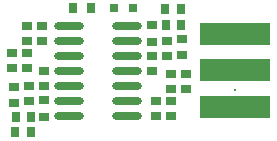
<source format=gtp>
G04*
G04 #@! TF.GenerationSoftware,Altium Limited,Altium Designer,22.9.1 (49)*
G04*
G04 Layer_Color=8421504*
%FSLAX25Y25*%
%MOIN*%
G70*
G04*
G04 #@! TF.SameCoordinates,D6CDF33A-5527-4A7C-ACAA-F1F7B6BCBC96*
G04*
G04*
G04 #@! TF.FilePolarity,Positive*
G04*
G01*
G75*
%ADD13R,0.03347X0.02953*%
%ADD14O,0.09843X0.02756*%
%ADD15C,0.00394*%
%ADD16C,0.01181*%
%ADD17R,0.03543X0.03150*%
%ADD18R,0.03150X0.03543*%
%ADD19R,0.23622X0.07480*%
%ADD20R,0.02953X0.03347*%
%ADD21R,0.03150X0.03150*%
%ADD22R,0.02756X0.03543*%
D13*
X74154Y63965D02*
D03*
Y68886D02*
D03*
X80000Y53961D02*
D03*
Y49039D02*
D03*
X75000Y48961D02*
D03*
Y44039D02*
D03*
X116000Y58961D02*
D03*
Y54039D02*
D03*
X121000Y63961D02*
D03*
Y59039D02*
D03*
X122153Y43886D02*
D03*
Y38965D02*
D03*
Y52886D02*
D03*
Y47965D02*
D03*
X117154Y38965D02*
D03*
Y43886D02*
D03*
X127154Y52886D02*
D03*
Y47965D02*
D03*
X74154Y55004D02*
D03*
Y59926D02*
D03*
X69153Y54965D02*
D03*
Y59886D02*
D03*
X79154Y68886D02*
D03*
Y63965D02*
D03*
D14*
X107653Y38925D02*
D03*
Y43925D02*
D03*
Y48926D02*
D03*
Y53926D02*
D03*
Y58925D02*
D03*
Y63925D02*
D03*
Y68925D02*
D03*
X88362Y38925D02*
D03*
Y43925D02*
D03*
Y48926D02*
D03*
Y53926D02*
D03*
Y58925D02*
D03*
Y63925D02*
D03*
Y68925D02*
D03*
D15*
X143480Y50277D02*
D03*
D16*
X143500Y47500D02*
D03*
D17*
X116000Y63744D02*
D03*
Y69256D02*
D03*
X80000Y44256D02*
D03*
Y38744D02*
D03*
X70000Y43244D02*
D03*
Y48756D02*
D03*
X126000Y64756D02*
D03*
Y59244D02*
D03*
D18*
X70244Y33500D02*
D03*
X75756D02*
D03*
X125756Y74500D02*
D03*
X120244D02*
D03*
D19*
X143701Y66437D02*
D03*
Y41831D02*
D03*
Y54134D02*
D03*
D20*
X120693Y69425D02*
D03*
X125614D02*
D03*
X75461Y38500D02*
D03*
X70539D02*
D03*
D21*
X109449Y74803D02*
D03*
X103150D02*
D03*
D22*
X95472Y74803D02*
D03*
X89567D02*
D03*
M02*

</source>
